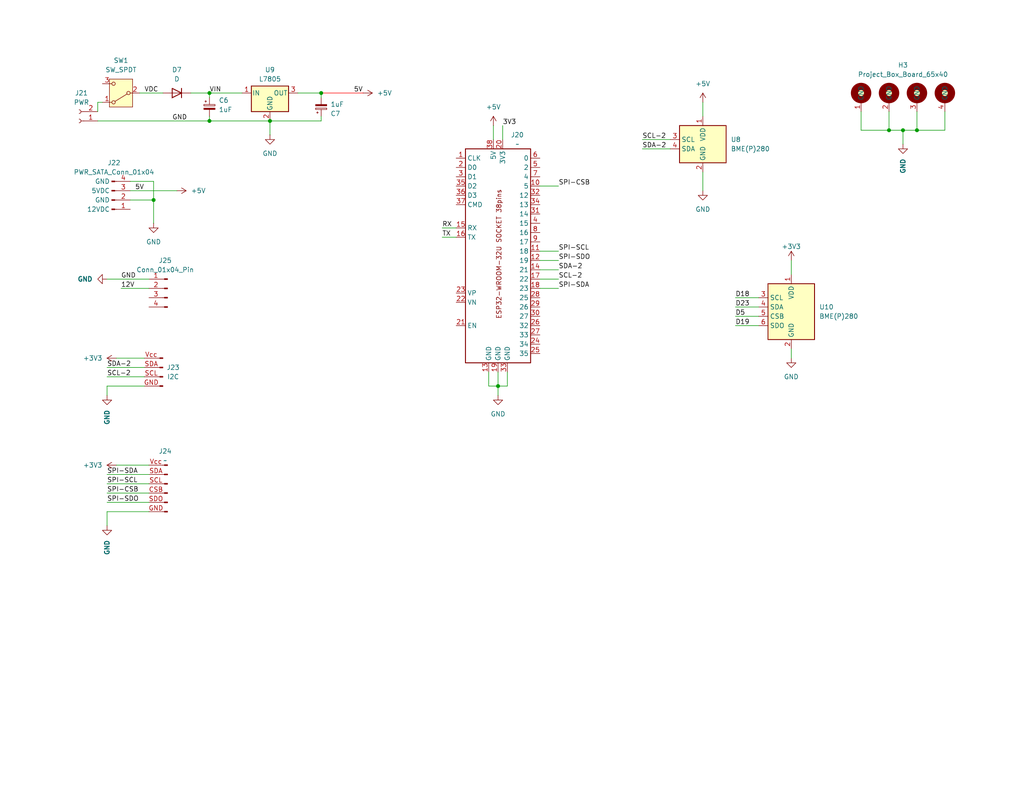
<source format=kicad_sch>
(kicad_sch (version 20231120) (generator "eeschema") (generator_version "8.0")
  (paper "USLetter")
  (title_block (title "ESP32 Sensor Node") (date "2024-07-03") (rev "v2.0") (comment 1 "ESP32-WROOM-32U DevKit"))
  (lib_symbols
    (symbol "+3V3_2" (power) (pin_numbers hide) (pin_names (offset 0) hide)
      (property "Value" "+3V3" (at 0 3.556 0))
      (symbol "+3V3_2_0_1"
        (polyline (pts (xy -0.762 1.27) (xy 0 2.54)))
        (polyline (pts (xy 0 0) (xy 0 2.54)))
        (polyline (pts (xy 0 2.54) (xy 0.762 1.27)))
      )
      (symbol "+3V3_2_1_1"
        (pin power_in line (at 0 0 90) (length 0) (name "~") (number "1"))
      )
    )
    (symbol "+5V_2" (power) (pin_numbers hide) (pin_names (offset 0) hide)
      (property "Value" "+5V" (at 0 3.556 0))
      (symbol "+5V_2_0_1"
        (polyline (pts (xy -0.762 1.27) (xy 0 2.54)))
        (polyline (pts (xy 0 0) (xy 0 2.54)))
        (polyline (pts (xy 0 2.54) (xy 0.762 1.27)))
      )
      (symbol "+5V_2_1_1"
        (pin power_in line (at 0 0 90) (length 0) (name "~") (number "1"))
      )
    )
    (symbol "Alexander Symbol Library:BME(P)280"
      (property "Reference" "U" (at -7.62 10.16 0))
      (property "Value" "BME(P)280" (at 5.08 10.16 0))
      (symbol "BME(P)280_0_1"
        (rectangle (start -7.62 7.62) (end 5.08 -2.54) (stroke (width 0.254)) (fill (type background)))
      )
      (symbol "BME(P)280_1_1"
        (pin power_in line (at -1.27 10.16 270) (length 2.54) (name "VDD") (number "1"))
        (pin power_out line (at -1.27 -5.08 90) (length 2.54) (name "GND") (number "2"))
        (pin input line (at -10.16 3.81 0) (length 2.54) (name "SCL") (number "3"))
        (pin bidirectional line (at -10.16 1.27 0) (length 2.54) (name "SDA") (number "4"))
      )
    )
    (symbol "Alexander Symbol Library:ESP32-WROOM-32U-38pins"
      (property "Reference" "J20" (at 13.6241 62.23 0))
      (property "Value" "~" (at 13.6241 59.69 0))
      (symbol "ESP32-WROOM-32U-38pins_0_1"
        (rectangle (start 0 58.42) (end 17.78 0) (stroke (width 0.254)))
      )
      (symbol "ESP32-WROOM-32U-38pins_1_1"
        (text "ESP32-WROOM-32U SOCKET 38pins" (at 9.144 29.718 900) (effects (font (size 1.27 1.27))))
        (pin input line (at -2.54 55.88 0) (length 2.54) (name "CLK") (number "1"))
        (pin bidirectional line (at 20.32 48.26 180) (length 2.54) (name "5") (number "10"))
        (pin bidirectional line (at 20.32 30.48 180) (length 2.54) (name "18") (number "11"))
        (pin bidirectional line (at 20.32 27.94 180) (length 2.54) (name "19") (number "12"))
        (pin power_out line (at 6.35 -2.54 90) (length 2.54) (name "GND") (number "13"))
        (pin bidirectional line (at 20.32 25.4 180) (length 2.54) (name "21") (number "14"))
        (pin bidirectional line (at -2.54 36.83 0) (length 2.54) (name "RX") (number "15"))
        (pin bidirectional line (at -2.54 34.29 0) (length 2.54) (name "TX") (number "16"))
        (pin bidirectional line (at 20.32 22.86 180) (length 2.54) (name "22") (number "17"))
        (pin bidirectional line (at 20.32 20.32 180) (length 2.54) (name "23") (number "18"))
        (pin power_out line (at 8.89 -2.54 90) (length 2.54) (name "GND") (number "19"))
        (pin bidirectional line (at -2.54 53.34 0) (length 2.54) (name "D0") (number "2"))
        (pin power_in line (at 10.16 60.96 270) (length 2.54) (name "3V3") (number "20"))
        (pin bidirectional line (at -2.54 10.16 0) (length 2.54) (name "EN") (number "21"))
        (pin bidirectional line (at -2.54 16.51 0) (length 2.54) (name "VN") (number "22"))
        (pin bidirectional line (at -2.54 19.05 0) (length 2.54) (name "VP") (number "23"))
        (pin bidirectional line (at 20.32 5.08 180) (length 2.54) (name "34") (number "24"))
        (pin bidirectional line (at 20.32 2.54 180) (length 2.54) (name "35") (number "25"))
        (pin bidirectional line (at 20.32 10.16 180) (length 2.54) (name "32") (number "26"))
        (pin bidirectional line (at 20.32 7.62 180) (length 2.54) (name "33") (number "27"))
        (pin bidirectional line (at 20.32 17.78 180) (length 2.54) (name "25") (number "28"))
        (pin bidirectional line (at 20.32 15.24 180) (length 2.54) (name "26") (number "29"))
        (pin bidirectional line (at -2.54 50.8 0) (length 2.54) (name "D1") (number "3"))
        (pin bidirectional line (at 20.32 12.7 180) (length 2.54) (name "27") (number "30"))
        (pin bidirectional line (at 20.32 40.64 180) (length 2.54) (name "14") (number "31"))
        (pin bidirectional line (at 20.32 45.72 180) (length 2.54) (name "12") (number "32"))
        (pin power_out line (at 11.43 -2.54 90) (length 2.54) (name "GND") (number "33"))
        (pin bidirectional line (at 20.32 43.18 180) (length 2.54) (name "13") (number "34"))
        (pin bidirectional line (at -2.54 48.26 0) (length 2.54) (name "D2") (number "35"))
        (pin bidirectional line (at -2.54 45.72 0) (length 2.54) (name "D3") (number "36"))
        (pin bidirectional line (at -2.54 43.18 0) (length 2.54) (name "CMD") (number "37"))
        (pin power_in line (at 7.62 60.96 270) (length 2.54) (name "5V") (number "38"))
        (pin bidirectional line (at 20.32 38.1 180) (length 2.54) (name "15") (number "4"))
        (pin bidirectional line (at 20.32 53.34 180) (length 2.54) (name "2") (number "5"))
        (pin bidirectional line (at 20.32 55.88 180) (length 2.54) (name "0") (number "6"))
        (pin bidirectional line (at 20.32 50.8 180) (length 2.54) (name "4") (number "7"))
        (pin bidirectional line (at 20.32 35.56 180) (length 2.54) (name "16") (number "8"))
        (pin bidirectional line (at 20.32 33.02 180) (length 2.54) (name "17") (number "9"))
      )
    )
    (symbol "Alexander_Library_Symbols:BME(P)280"
      (property "Reference" "U" (at -7.62 10.16 0))
      (property "Value" "BME(P)280" (at 5.08 10.16 0))
      (symbol "BME(P)280_0_1"
        (rectangle (start -7.62 7.62) (end 5.08 -7.62) (stroke (width 0.254)) (fill (type background)))
      )
      (symbol "BME(P)280_1_1"
        (pin power_in line (at -1.27 10.16 270) (length 2.54) (name "VDD") (number "1"))
        (pin power_out line (at -1.27 -10.16 90) (length 2.54) (name "GND") (number "2"))
        (pin input line (at -10.16 3.81 0) (length 2.54) (name "SCL") (number "3"))
        (pin bidirectional line (at -10.16 1.27 0) (length 2.54) (name "SDA") (number "4"))
        (pin input line (at -10.16 -1.27 0) (length 2.54) (name "CSB") (number "5"))
        (pin input line (at -10.16 -3.81 0) (length 2.54) (name "SDO") (number "6"))
      )
    )
    (symbol "Alexander_Library_Symbols:Conn_I2C_01x04" (pin_names (offset 1.016) hide)
      (property "Reference" "J" (at 0 5.08 0))
      (property "Value" "I2C" (at 0 -7.62 0))
      (symbol "Conn_I2C_01x04_1_1"
        (polyline (pts (xy 1.27 -5.08) (xy 0.8636 -5.08)) (stroke (width 0.1524)))
        (polyline (pts (xy 1.27 -2.54) (xy 0.8636 -2.54)) (stroke (width 0.1524)))
        (polyline (pts (xy 1.27 0) (xy 0.8636 0)) (stroke (width 0.1524)))
        (polyline (pts (xy 1.27 2.54) (xy 0.8636 2.54)) (stroke (width 0.1524)))
        (rectangle (start 0.8636 -4.953) (end 0 -5.207) (stroke (width 0.1524)) (fill (type outline)))
        (rectangle (start 0.8636 -2.413) (end 0 -2.667) (stroke (width 0.1524)) (fill (type outline)))
        (rectangle (start 0.8636 0.127) (end 0 -0.127) (stroke (width 0.1524)) (fill (type outline)))
        (rectangle (start 0.8636 2.667) (end 0 2.413) (stroke (width 0.1524)) (fill (type outline)))
        (pin power_out line (at 5.08 -5.08 180) (length 3.81) (name "GND") (number "GND"))
        (pin bidirectional line (at 5.08 -2.54 180) (length 3.81) (name "SCL") (number "SCL"))
        (pin bidirectional line (at 5.08 0 180) (length 3.81) (name "SDA") (number "SDA"))
        (pin power_in line (at 5.08 2.54 180) (length 3.81) (name "VCC") (number "Vcc"))
      )
    )
    (symbol "Alexander_Library_Symbols:PWR_SATA_Conn_01x04" (pin_names (offset 1.778)) (exclude_from_sim yes)
      (property "Reference" "J" (at 0 -7.62 0))
      (property "Value" "PWR_SATA_Conn_01x04" (at 0 5.08 0))
      (symbol "PWR_SATA_Conn_01x04_1_1"
        (rectangle (start 0 -4.953) (end 0.8636 -5.207) (stroke (width 0.1524)) (fill (type outline)))
        (rectangle (start 0 -2.413) (end 0.8636 -2.667) (stroke (width 0.1524)) (fill (type outline)))
        (polyline (pts (xy 1.27 -5.08) (xy 0.8636 -5.08)) (stroke (width 0.1524)))
        (polyline (pts (xy 1.27 -2.54) (xy 0.8636 -2.54)) (stroke (width 0.1524)))
        (polyline (pts (xy 1.27 0) (xy 0.8636 0)) (stroke (width 0.1524)))
        (polyline (pts (xy 1.27 2.54) (xy 0.8636 2.54)) (stroke (width 0.1524)))
        (rectangle (start 0 0.127) (end 0.8636 -0.127) (stroke (width 0.1524)) (fill (type outline)))
        (rectangle (start 0 2.667) (end 0.8636 2.413) (stroke (width 0.1524)) (fill (type outline)))
        (pin passive line (at 5.08 -5.08 180) (length 3.81) (name "12VDC") (number "1"))
        (pin passive line (at 5.08 -2.54 180) (length 3.81) (name "GND") (number "2"))
        (pin passive line (at 5.08 0 180) (length 3.81) (name "5VDC") (number "3"))
        (pin passive line (at 5.08 2.54 180) (length 3.81) (name "GND") (number "4"))
      )
    )
    (symbol "Alexander_Library_Symbols:Project_Box_Board_65x40"
      (property "Reference" "H" (at 0 7.62 0))
      (property "Value" "Project_Box_Board_65x40" (at 0 5.08 0))
      (symbol "Project_Box_Board_65x40_0_1"
        (circle (center -11.43 -1.27) (radius 1.27) (fill (type background)))
        (circle (center -11.43 -1.27) (radius 1.7961) (stroke (width 2)))
        (circle (center -3.81 -1.27) (radius 1.27) (fill (type background)))
        (circle (center -3.81 -1.27) (radius 1.7961) (stroke (width 2)))
        (circle (center 3.81 -1.27) (radius 1.27) (fill (type background)))
        (circle (center 3.81 -1.27) (radius 1.7961) (stroke (width 2)))
        (circle (center 11.43 -1.27) (radius 1.27) (fill (type background)))
        (circle (center 11.43 -1.27) (radius 1.7961) (stroke (width 2)))
      )
      (symbol "Project_Box_Board_65x40_1_1"
        (pin passive line (at -11.43 -6.35 90) (length 2.54) (name "GND") (number "1"))
        (pin passive line (at -3.81 -6.35 90) (length 2.54) (name "GND") (number "2"))
        (pin passive line (at 3.81 -6.35 90) (length 2.54) (name "GND") (number "3"))
        (pin passive line (at 11.43 -6.35 90) (length 2.54) (name "GND") (number "4"))
      )
    )
    (symbol "Conn_01x04_Pin_1" (pin_names (offset 1.016) hide)
      (property "Reference" "J" (at 0 5.08 0))
      (property "Value" "Conn_01x04_Pin" (at 0 -7.62 0))
      (symbol "Conn_01x04_Pin_1_1_1"
        (polyline (pts (xy 1.27 -5.08) (xy 0.8636 -5.08)) (stroke (width 0.1524)))
        (polyline (pts (xy 1.27 -2.54) (xy 0.8636 -2.54)) (stroke (width 0.1524)))
        (polyline (pts (xy 1.27 0) (xy 0.8636 0)) (stroke (width 0.1524)))
        (polyline (pts (xy 1.27 2.54) (xy 0.8636 2.54)) (stroke (width 0.1524)))
        (rectangle (start 0.8636 -4.953) (end 0 -5.207) (stroke (width 0.1524)) (fill (type outline)))
        (rectangle (start 0.8636 -2.413) (end 0 -2.667) (stroke (width 0.1524)) (fill (type outline)))
        (rectangle (start 0.8636 0.127) (end 0 -0.127) (stroke (width 0.1524)) (fill (type outline)))
        (rectangle (start 0.8636 2.667) (end 0 2.413) (stroke (width 0.1524)) (fill (type outline)))
        (pin passive line (at 5.08 2.54 180) (length 3.81) (name "Pin_1") (number "1"))
        (pin passive line (at 5.08 0 180) (length 3.81) (name "Pin_2") (number "2"))
        (pin passive line (at 5.08 -2.54 180) (length 3.81) (name "Pin_3") (number "3"))
        (pin passive line (at 5.08 -5.08 180) (length 3.81) (name "Pin_4") (number "4"))
      )
    )
    (symbol "Conn_SPI_1" (pin_names hide)
      (property "Reference" "J" (at 0 0 0))
      (symbol "Conn_SPI_1_1_1"
        (polyline (pts (xy 1.27 5.08) (xy 0.8636 5.08)) (stroke (width 0.1524)))
        (polyline (pts (xy 1.27 7.62) (xy 0.8636 7.62)) (stroke (width 0.1524)))
        (polyline (pts (xy 1.27 10.16) (xy 0.8636 10.16)) (stroke (width 0.1524)))
        (polyline (pts (xy 1.27 12.7) (xy 0.8636 12.7)) (stroke (width 0.1524)))
        (polyline (pts (xy 1.27 15.24) (xy 0.8636 15.24)) (stroke (width 0.1524)))
        (polyline (pts (xy 1.27 17.78) (xy 0.8636 17.78)) (stroke (width 0.1524)))
        (rectangle (start 0 10.287) (end 0.8636 10.033) (stroke (width 0.1524)) (fill (type outline)))
        (rectangle (start 0 12.827) (end 0.8636 12.573) (stroke (width 0.1524)) (fill (type outline)))
        (rectangle (start 0.8636 5.207) (end 0 4.953) (stroke (width 0.1524)) (fill (type outline)))
        (rectangle (start 0.8636 7.747) (end 0 7.493) (stroke (width 0.1524)) (fill (type outline)))
        (rectangle (start 0.8636 15.367) (end 0 15.113) (stroke (width 0.1524)) (fill (type outline)))
        (rectangle (start 0.8636 17.907) (end 0 17.653) (stroke (width 0.1524)) (fill (type outline)))
        (pin bidirectional line (at 5.08 10.16 180) (length 3.81) (name "CSB") (number "CSB"))
        (pin power_out line (at 5.08 5.08 180) (length 3.81) (name "GND") (number "GND"))
        (pin bidirectional line (at 5.08 12.7 180) (length 3.81) (name "SCL") (number "SCL"))
        (pin bidirectional line (at 5.08 15.24 180) (length 3.81) (name "SDA") (number "SDA"))
        (pin bidirectional line (at 5.08 7.62 180) (length 3.81) (name "SDO") (number "SDO"))
        (pin power_in line (at 5.08 17.78 180) (length 3.81) (name "VCC") (number "Vcc"))
      )
    )
    (symbol "Connector:Conn_01x02_Socket" (pin_names (offset 1.016) hide)
      (property "Reference" "J" (at 0 2.54 0))
      (property "Value" "Conn_01x02_Socket" (at 0 -5.08 0))
      (symbol "Conn_01x02_Socket_1_1"
        (arc (start 0 -2.032) (mid -0.5058 -2.54) (end 0 -3.048) (stroke (width 0.1524)))
        (polyline (pts (xy -1.27 -2.54) (xy -0.508 -2.54)) (stroke (width 0.1524)))
        (polyline (pts (xy -1.27 0) (xy -0.508 0)) (stroke (width 0.1524)))
        (arc (start 0 0.508) (mid -0.5058 0) (end 0 -0.508) (stroke (width 0.1524)))
        (pin passive line (at -5.08 0 0) (length 3.81) (name "Pin_1") (number "1"))
        (pin passive line (at -5.08 -2.54 0) (length 3.81) (name "Pin_2") (number "2"))
      )
    )
    (symbol "Device:C_Polarized_Small" (pin_numbers hide) (pin_names (offset 0.254) hide)
      (property "Reference" "C" (at 0.254 1.778 0))
      (property "Value" "C_Polarized_Small" (at 0.254 -2.032 0))
      (symbol "C_Polarized_Small_0_1"
        (rectangle (start -1.524 -0.3048) (end 1.524 -0.6858) (fill (type outline)))
        (rectangle (start -1.524 0.6858) (end 1.524 0.3048))
        (polyline (pts (xy -1.27 1.524) (xy -0.762 1.524)))
        (polyline (pts (xy -1.016 1.27) (xy -1.016 1.778)))
      )
      (symbol "C_Polarized_Small_1_1"
        (pin passive line (at 0 2.54 270) (length 1.8542) (name "~") (number "1"))
        (pin passive line (at 0 -2.54 90) (length 1.8542) (name "~") (number "2"))
      )
    )
    (symbol "Device:D" (pin_numbers hide) (pin_names (offset 1.016) hide)
      (property "Reference" "D" (at 0 2.54 0))
      (property "Value" "D" (at 0 -2.54 0))
      (symbol "D_0_1"
        (polyline (pts (xy -1.27 1.27) (xy -1.27 -1.27)) (stroke (width 0.254)))
        (polyline (pts (xy 1.27 0) (xy -1.27 0)))
        (polyline (pts (xy 1.27 1.27) (xy 1.27 -1.27) (xy -1.27 0) (xy 1.27 1.27)) (stroke (width 0.254)))
      )
      (symbol "D_1_1"
        (pin passive line (at -3.81 0 0) (length 2.54) (name "K") (number "1"))
        (pin passive line (at 3.81 0 180) (length 2.54) (name "A") (number "2"))
      )
    )
    (symbol "GND_7" (power) (pin_numbers hide) (pin_names (offset 0) hide)
      (property "Value" "GND" (at 0 -3.81 0))
      (symbol "GND_7_0_1"
        (polyline (pts (xy 0 0) (xy 0 -1.27) (xy 1.27 -1.27) (xy 0 -2.54) (xy -1.27 -1.27) (xy 0 -1.27)))
      )
      (symbol "GND_7_1_1"
        (pin power_in line (at 0 0 270) (length 0) (name "~") (number "1"))
      )
    )
    (symbol "Regulator_Linear:L7805" (pin_names (offset 0.254))
      (property "Reference" "U4" (at 0 6.35 0))
      (property "Value" "L7805" (at 0 3.81 0))
      (symbol "L7805_0_1"
        (rectangle (start -5.08 1.905) (end 5.08 -5.08) (stroke (width 0.254)) (fill (type background)))
      )
      (symbol "L7805_1_1"
        (pin power_in line (at -7.62 0 0) (length 2.54) (name "IN") (number "1"))
        (pin power_in line (at 0 -7.62 90) (length 2.54) (name "GND") (number "2"))
        (pin power_out line (at 7.62 0 180) (length 2.54) (name "OUT") (number "3"))
      )
    )
    (symbol "Switch:SW_SPDT" (pin_names (offset 0) hide)
      (property "Reference" "SW" (at 0 5.08 0))
      (property "Value" "SW_SPDT" (at 0 -5.08 0))
      (symbol "SW_SPDT_0_1"
        (circle (center -2.032 0) (radius 0.4572))
        (polyline (pts (xy -1.651 0.254) (xy 1.651 2.286)))
        (circle (center 2.032 -2.54) (radius 0.4572))
        (circle (center 2.032 2.54) (radius 0.4572))
      )
      (symbol "SW_SPDT_1_1"
        (rectangle (start -3.175 3.81) (end 3.175 -3.81) (fill (type background)))
        (pin passive line (at 5.08 2.54 180) (length 2.54) (name "A") (number "1"))
        (pin passive line (at -5.08 0 0) (length 2.54) (name "B") (number "2"))
        (pin passive line (at 5.08 -2.54 180) (length 2.54) (name "C") (number "3"))
      )
    )
    (symbol "power:+3V3" (power) (pin_names (offset 0))
      (property "Value" "+3V3" (at 0 3.556 0))
      (symbol "+3V3_0_1"
        (polyline (pts (xy -0.762 1.27) (xy 0 2.54)))
        (polyline (pts (xy 0 0) (xy 0 2.54)))
        (polyline (pts (xy 0 2.54) (xy 0.762 1.27)))
      )
      (symbol "+3V3_1_1"
        (pin power_in line (at 0 0 90) (length 0) hide (name "+3V3") (number "1"))
      )
    )
    (symbol "power:GND" (power) (pin_names (offset 0))
      (property "Value" "GND" (at 0 -3.81 0))
      (symbol "GND_0_1"
        (polyline (pts (xy 0 0) (xy 0 -1.27) (xy 1.27 -1.27) (xy 0 -2.54) (xy -1.27 -1.27) (xy 0 -1.27)))
      )
      (symbol "GND_1_1"
        (pin power_in line (at 0 0 270) (length 0) hide (name "GND") (number "1"))
      )
    )
  )
  (junction (at 242.57 35.56))
  (junction (at 57.15 33.02))
  (junction (at 87.63 25.4))
  (junction (at 250.19 35.56))
  (junction (at 57.15 25.4))
  (junction (at 135.89 105.41))
  (junction (at 41.91 54.61))
  (junction (at 73.66 33.02))
  (junction (at 246.38 35.56))
  (wire (pts (xy 29.21 134.62) (xy 40.64 134.62)))
  (wire (pts (xy 147.32 68.58) (xy 152.4 68.58)))
  (wire (pts (xy 26.67 33.02) (xy 57.15 33.02)))
  (wire (pts (xy 147.32 78.74) (xy 152.4 78.74)))
  (wire (pts (xy 200.66 83.82) (xy 207.01 83.82)))
  (wire (pts (xy 246.38 39.37) (xy 246.38 35.56)))
  (wire (pts (xy 29.21 76.2) (xy 40.64 76.2)))
  (wire (pts (xy 134.62 34.29) (xy 134.62 38.1)))
  (wire (pts (xy 257.81 35.56) (xy 250.19 35.56)))
  (wire (pts (xy 147.32 50.8) (xy 152.4 50.8)))
  (wire (pts (xy 133.35 105.41) (xy 135.89 105.41)))
  (wire (pts (xy 120.65 64.77) (xy 124.46 64.77)))
  (wire (pts (xy 147.32 76.2) (xy 152.4 76.2)))
  (wire (pts (xy 87.63 33.02) (xy 73.66 33.02)))
  (wire (pts (xy 257.81 30.48) (xy 257.81 35.56)))
  (wire (pts (xy 29.21 137.16) (xy 40.64 137.16)))
  (wire (pts (xy 147.32 73.66) (xy 152.4 73.66)))
  (wire (pts (xy 191.77 46.99) (xy 191.77 52.07)))
  (wire (pts (xy 135.89 105.41) (xy 135.89 107.95)))
  (wire (pts (xy 57.15 26.67) (xy 57.15 25.4)))
  (wire (pts (xy 215.9 95.25) (xy 215.9 97.79)))
  (wire (pts (xy 133.35 101.6) (xy 133.35 105.41)))
  (wire (pts (xy 41.91 49.53) (xy 41.91 54.61)))
  (wire (pts (xy 29.21 100.33) (xy 39.37 100.33)))
  (wire (pts (xy 57.15 25.4) (xy 66.04 25.4)))
  (wire (pts (xy 175.26 40.64) (xy 182.88 40.64)))
  (wire (pts (xy 41.91 54.61) (xy 41.91 60.96)))
  (wire (pts (xy 200.66 88.9) (xy 207.01 88.9)))
  (wire (pts (xy 35.56 52.07) (xy 48.26 52.07)))
  (wire (pts (xy 138.43 105.41) (xy 135.89 105.41)))
  (wire (pts (xy 52.07 25.4) (xy 57.15 25.4)))
  (wire (pts (xy 29.21 107.95) (xy 29.21 105.41)))
  (wire (pts (xy 26.67 30.48) (xy 26.67 27.94)))
  (wire (pts (xy 81.28 25.4) (xy 87.63 25.4)))
  (wire (pts (xy 87.63 25.4) (xy 87.63 26.67)))
  (wire (pts (xy 242.57 30.48) (xy 242.57 35.56)))
  (wire (pts (xy 57.15 33.02) (xy 73.66 33.02)))
  (wire (pts (xy 87.63 31.75) (xy 87.63 33.02)))
  (wire (pts (xy 87.63 25.4) (xy 99.06 25.4)) (stroke (width 0) (color 255 0 0 1)))
  (wire (pts (xy 35.56 54.61) (xy 41.91 54.61)))
  (wire (pts (xy 29.21 139.7) (xy 40.64 139.7)))
  (wire (pts (xy 31.75 97.79) (xy 39.37 97.79)))
  (wire (pts (xy 120.65 62.23) (xy 124.46 62.23)))
  (wire (pts (xy 215.9 71.12) (xy 215.9 74.93)))
  (wire (pts (xy 138.43 101.6) (xy 138.43 105.41)))
  (wire (pts (xy 26.67 27.94) (xy 27.94 27.94)))
  (wire (pts (xy 137.16 34.29) (xy 137.16 38.1)))
  (wire (pts (xy 191.77 27.94) (xy 191.77 31.75)))
  (wire (pts (xy 73.66 33.02) (xy 73.66 36.83)))
  (wire (pts (xy 147.32 71.12) (xy 152.4 71.12)))
  (wire (pts (xy 35.56 49.53) (xy 41.91 49.53)))
  (wire (pts (xy 250.19 35.56) (xy 246.38 35.56)))
  (wire (pts (xy 135.89 101.6) (xy 135.89 105.41)))
  (wire (pts (xy 31.75 127) (xy 40.64 127)))
  (wire (pts (xy 57.15 31.75) (xy 57.15 33.02)))
  (wire (pts (xy 200.66 86.36) (xy 207.01 86.36)))
  (wire (pts (xy 200.66 81.28) (xy 207.01 81.28)))
  (wire (pts (xy 29.21 143.51) (xy 29.21 139.7)))
  (wire (pts (xy 242.57 35.56) (xy 246.38 35.56)))
  (wire (pts (xy 175.26 38.1) (xy 182.88 38.1)))
  (wire (pts (xy 234.95 30.48) (xy 234.95 35.56)))
  (wire (pts (xy 250.19 30.48) (xy 250.19 35.56)))
  (wire (pts (xy 38.1 25.4) (xy 44.45 25.4)))
  (wire (pts (xy 29.21 105.41) (xy 39.37 105.41)))
  (wire (pts (xy 29.21 132.08) (xy 40.64 132.08)))
  (wire (pts (xy 33.02 78.74) (xy 40.64 78.74)))
  (wire (pts (xy 29.21 129.54) (xy 40.64 129.54)))
  (wire (pts (xy 29.21 102.87) (xy 39.37 102.87)))
  (wire (pts (xy 234.95 35.56) (xy 242.57 35.56)))
  (label "SDA-2" (at 175.26 40.64 0))
  (label "SPI-SCL" (at 29.21 132.08 0))
  (label "5V" (at 96.52 25.4 0))
  (label "GND" (at 46.99 33.02 0))
  (label "SPI-CSB" (at 152.4 50.8 0))
  (label "3V3" (at 137.16 34.29 0))
  (label "SCL-2" (at 152.4 76.2 0))
  (label "SPI-SDO" (at 152.4 71.12 0))
  (label "VIN" (at 57.15 25.4 0))
  (label "SPI-CSB" (at 29.21 134.62 0))
  (label "SPI-SDA" (at 152.4 78.74 0))
  (label "SPI-SDO" (at 29.21 137.16 0))
  (label "5V" (at 36.83 52.07 0))
  (label "SDA-2" (at 29.21 100.33 0))
  (label "D18" (at 200.66 81.28 0))
  (label "D5" (at 200.66 86.36 0))
  (label "SCL-2" (at 29.21 102.87 0))
  (label "SDA-2" (at 152.4 73.66 0))
  (label "D23" (at 200.66 83.82 0))
  (label "SCL-2" (at 175.26 38.1 0))
  (label "GND" (at 33.02 76.2 0))
  (label "RX" (at 120.65 62.23 0))
  (label "TX" (at 120.65 64.77 0))
  (label "D19" (at 200.66 88.9 0))
  (label "SPI-SDA" (at 29.21 129.54 0))
  (label "SPI-SCL" (at 152.4 68.58 0))
  (label "12V" (at 33.02 78.74 0))
  (label "VDC" (at 39.37 25.4 0))
  (symbol (lib_id "Device:D") (at 48.26 25.4 180) (unit 1)
    (property "Reference" "D7" (at 48.26 19.05 0))
    (property "Value" "D" (at 48.26 21.59 0))
    (property "Footprint" "Diode_SMD:D_1210_3225Metric" (effects (hide yes)))
    (property "Description" "Diode" (effects (hide yes)))
    (property "Sim.Device" "D" (effects (hide yes)))
    (property "Sim.Pins" "1=K 2=A" (effects (hide yes)))
  )
  (symbol (lib_id "Alexander_Library_Symbols:Conn_I2C_01x04") (at 44.45 100.33 0) (mirror y) (unit 1)
    (property "Reference" "J23" (at 47.244 100.33 0))
    (property "Value" "I2C" (at 47.244 102.87 0))
    (property "Footprint" "Alexander Footprint Library:Conn_I2C" (effects (hide yes)))
  )
  (symbol (lib_id "Alexander Symbol Library:ESP32-WROOM-32U-38pins") (at 127 99.06 0) (unit 1)
    (property "Reference" "J20" (at 139.3541 36.83 0) (effects (justify left)))
    (property "Value" "~" (at 140.6241 39.37 0) (effects (justify left)))
    (property "Footprint" "Alexander Footprint Library:Conn_ESP32_WROOM-DevKit-38pins" (effects (hide yes)))
    (property "Description" "Connector ESP32 WROOM 32D Module 38pins anthena" (effects (hide yes)))
  )
  (symbol (lib_id "Device:C_Polarized_Small") (at 57.15 29.21 0) (unit 1)
    (property "Reference" "C6" (at 59.69 27.3939 0) (effects (justify left)))
    (property "Value" "1uF" (at 59.69 29.9339 0) (effects (justify left)))
    (property "Footprint" "Capacitor_THT:CP_Radial_D4.0mm_P2.00mm" (effects (hide yes)))
  )
  (symbol (lib_name "+5V_2") (lib_id "power:+5V") (at 99.06 25.4 270) (unit 1)
    (property "Reference" "#PWR039" (effects (hide yes)))
    (property "Value" "+5V" (at 102.87 25.3999 90) (effects (justify left)))
    (property "Description" "Power symbol creates a global label with name \"+5V\"" (effects (hide yes)))
  )
  (symbol (lib_id "power:GND") (at 29.21 76.2 270) (unit 1)
    (property "Reference" "#PWR036" (effects (hide yes)))
    (property "Value" "GND" (at 25.4 76.2 90) (effects (font (bold yes)) (justify right)))
  )
  (symbol (lib_name "+5V_2") (lib_id "power:+5V") (at 48.26 52.07 270) (unit 1)
    (property "Reference" "#PWR034" (effects (hide yes)))
    (property "Value" "+5V" (at 52.07 52.0699 90) (effects (justify left)))
    (property "Description" "Power symbol creates a global label with name \"+5V\"" (effects (hide yes)))
  )
  (symbol (lib_name "+5V_2") (lib_id "power:+5V") (at 191.77 27.94 0) (unit 1)
    (property "Reference" "#PWR031" (effects (hide yes)))
    (property "Value" "+5V" (at 191.77 22.86 0))
    (property "Description" "Power symbol creates a global label with name \"+5V\"" (effects (hide yes)))
  )
  (symbol (lib_id "power:+3V3") (at 31.75 97.79 90) (unit 1)
    (property "Reference" "#PWR038" (effects (hide yes)))
    (property "Value" "+3V3" (at 27.94 97.79 90) (effects (justify left)))
  )
  (symbol (lib_id "power:GND") (at 246.38 39.37 0) (unit 1)
    (property "Reference" "#PWR045" (effects (hide yes)))
    (property "Value" "GND" (at 246.38 43.18 90) (effects (font (bold yes)) (justify right)))
  )
  (symbol (lib_id "power:GND") (at 29.21 107.95 0) (unit 1)
    (property "Reference" "#PWR037" (effects (hide yes)))
    (property "Value" "GND" (at 29.21 111.76 90) (effects (font (bold yes)) (justify right)))
  )
  (symbol (lib_id "power:GND") (at 191.77 52.07 0) (unit 1)
    (property "Reference" "#PWR032" (effects (hide yes)))
    (property "Value" "GND" (at 191.77 57.15 0))
  )
  (symbol (lib_id "power:GND") (at 29.21 143.51 0) (unit 1)
    (property "Reference" "#PWR041" (effects (hide yes)))
    (property "Value" "GND" (at 29.21 147.32 90) (effects (font (bold yes)) (justify right)))
  )
  (symbol (lib_name "Conn_01x04_Pin_1") (lib_id "Connector:Conn_01x04_Pin") (at 45.72 78.74 0) (mirror y) (unit 1)
    (property "Reference" "J25" (at 45.085 71.12 0))
    (property "Value" "Conn_01x04_Pin" (at 45.085 73.66 0))
    (property "Footprint" "Connector:FanPinHeader_1x04_P2.54mm_Vertical" (effects (hide yes)))
    (property "Description" "Generic connector, single row, 01x04, script generated" (effects (hide yes)))
  )
  (symbol (lib_name "GND_7") (lib_id "power:GND") (at 73.66 36.83 0) (unit 1)
    (property "Reference" "#PWR035" (effects (hide yes)))
    (property "Value" "GND" (at 73.66 41.91 0))
    (property "Description" "Power symbol creates a global label with name \"GND\" , ground" (effects (hide yes)))
  )
  (symbol (lib_name "GND_7") (lib_id "power:GND") (at 41.91 60.96 0) (unit 1)
    (property "Reference" "#PWR033" (effects (hide yes)))
    (property "Value" "GND" (at 41.91 66.04 0))
    (property "Description" "Power symbol creates a global label with name \"GND\" , ground" (effects (hide yes)))
  )
  (symbol (lib_id "Connector:Conn_01x02_Socket") (at 21.59 33.02 180) (unit 1)
    (property "Reference" "J21" (at 22.225 25.4 0))
    (property "Value" "PWR" (at 22.225 27.94 0))
    (property "Footprint" "Connector_PinSocket_2.54mm:PinSocket_1x02_P2.54mm_Vertical" (effects (hide yes)))
  )
  (symbol (lib_id "Alexander_Library_Symbols:Project_Box_Board_65x40") (at 246.38 24.13 0) (unit 1)
    (property "Reference" "H3" (at 246.38 17.78 0))
    (property "Value" "Project_Box_Board_65x40" (at 246.38 20.32 0))
    (property "Footprint" "Alexander Footprint Library:Board_65-40" (effects (hide yes)))
    (property "Description" "3.2mm Diameter Mounting Holes Pads (M3)" (effects (hide yes)))
  )
  (symbol (lib_name "+5V_2") (lib_id "power:+5V") (at 134.62 34.29 0) (unit 1)
    (property "Reference" "#PWR029" (effects (hide yes)))
    (property "Value" "+5V" (at 134.62 29.21 0))
    (property "Description" "Power symbol creates a global label with name \"+5V\"" (effects (hide yes)))
  )
  (symbol (lib_id "Alexander_Library_Symbols:BME(P)280") (at 217.17 85.09 0) (unit 1) (on_board no)
    (property "Reference" "U10" (at 223.52 83.8199 0) (effects (justify left)))
    (property "Value" "BME(P)280" (at 223.52 86.3599 0) (effects (justify left)))
    (property "Footprint" "Alexander Footprint Library:BME280_BMP280_I2C" (effects (hide yes)))
    (property "Description" "Absolute Barometric Pressure Sensor" (effects (hide yes)))
  )
  (symbol (lib_id "power:GND") (at 215.9 97.79 0) (unit 1)
    (property "Reference" "#PWR043" (effects (hide yes)))
    (property "Value" "GND" (at 215.9 102.87 0))
  )
  (symbol (lib_name "Conn_SPI_1") (lib_id "Alexander Symbol Library:Conn_SPI") (at 45.72 144.78 0) (mirror y) (unit 1)
    (property "Reference" "J24" (at 45.085 123.19 0))
    (property "Value" "~" (at 45.085 125.73 0))
    (property "Footprint" "Alexander Footprint Library:Conn_SPI" (effects (hide yes)))
  )
  (symbol (lib_id "Alexander_Library_Symbols:PWR_SATA_Conn_01x04") (at 30.48 52.07 0) (unit 1) (exclude_from_sim yes)
    (property "Reference" "J22" (at 31.115 44.45 0))
    (property "Value" "PWR_SATA_Conn_01x04" (at 31.115 46.99 0))
    (property "Footprint" "Connector_PinSocket_2.54mm:PinSocket_1x04_P2.54mm_Vertical" (effects (hide yes)))
    (property "Description" "Generic connector, single row, 01x04, script generated" (effects (hide yes)))
  )
  (symbol (lib_id "Alexander Symbol Library:BME(P)280") (at 193.04 41.91 0) (unit 1)
    (property "Reference" "U8" (at 199.39 38.0999 0) (effects (justify left)))
    (property "Value" "BME(P)280" (at 199.39 40.6399 0) (effects (justify left)))
    (property "Footprint" "Alexander Footprint Library:BME280_BMP280_I2C" (effects (hide yes)))
    (property "Description" "Absolute Barometric Pressure Sensor" (effects (hide yes)))
  )
  (symbol (lib_id "power:GND") (at 135.89 107.95 0) (unit 1)
    (property "Reference" "#PWR030" (effects (hide yes)))
    (property "Value" "GND" (at 135.89 113.03 0))
  )
  (symbol (lib_id "Device:C_Polarized_Small") (at 87.63 29.21 0) (mirror x) (unit 1)
    (property "Reference" "C7" (at 90.17 31.0261 0) (effects (justify left)))
    (property "Value" "1uF" (at 90.17 28.4861 0) (effects (justify left)))
    (property "Footprint" "Capacitor_THT:CP_Radial_D4.0mm_P2.00mm" (effects (hide yes)))
  )
  (symbol (lib_id "Regulator_Linear:L7805") (at 73.66 25.4 0) (unit 1)
    (property "Reference" "U9" (at 73.66 19.05 0))
    (property "Value" "L7805" (at 73.66 21.59 0))
    (property "Footprint" "Alexander Footprint Library:LD1117" (effects (hide yes)))
    (property "Datasheet" "datasheets/Voltage-Regulator_L7805.pdf" (effects (hide yes)))
    (property "Description" "Voltage Regulator 1.5A Positive" (effects (hide yes)))
  )
  (symbol (lib_name "+3V3_2") (lib_id "power:+3V3") (at 215.9 71.12 0) (unit 1)
    (property "Reference" "#PWR042" (effects (hide yes)))
    (property "Value" "+3V3" (at 215.9 67.31 0))
    (property "Description" "Power symbol creates a global label with name \"+3V3\"" (effects (hide yes)))
  )
  (symbol (lib_id "power:+3V3") (at 31.75 127 90) (unit 1)
    (property "Reference" "#PWR044" (effects (hide yes)))
    (property "Value" "+3V3" (at 27.94 127 90) (effects (justify left)))
  )
  (symbol (lib_id "Switch:SW_SPDT") (at 33.02 25.4 180) (unit 1)
    (property "Reference" "SW1" (at 33.02 16.51 0))
    (property "Value" "SW_SPDT" (at 33.02 19.05 0))
    (property "Footprint" "Button_Switch_THT:SW_Slide-03_Wuerth-WS-SLTV_10x2.5x6.4_P2.54mm" (effects (hide yes)))
    (property "Description" "Switch, single pole double throw" (effects (hide yes)))
  )
)
</source>
